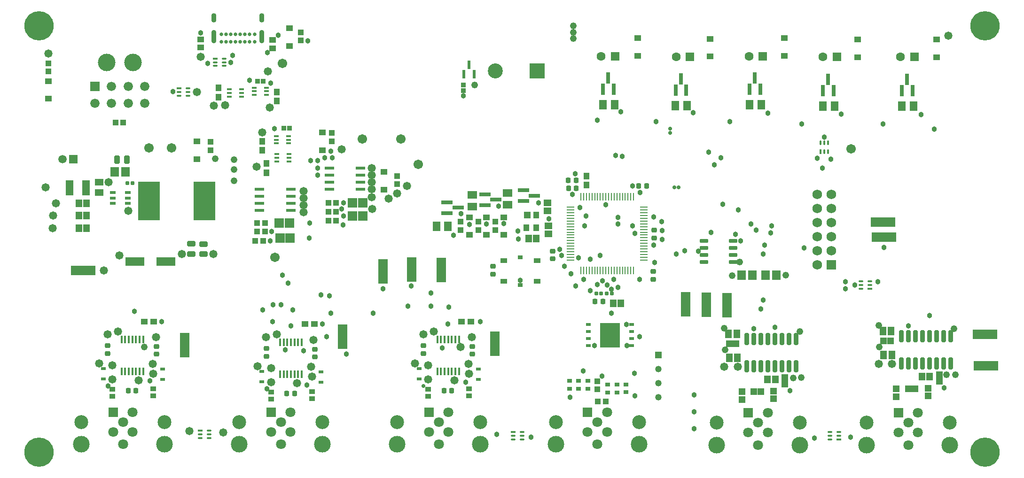
<source format=gts>
G04*
G04 #@! TF.GenerationSoftware,Altium Limited,Altium Designer,25.5.2 (35)*
G04*
G04 Layer_Color=8388736*
%FSLAX25Y25*%
%MOIN*%
G70*
G04*
G04 #@! TF.SameCoordinates,1DACB3DC-ACE0-44E2-B579-3CE0BC83F536*
G04*
G04*
G04 #@! TF.FilePolarity,Negative*
G04*
G01*
G75*
%ADD28R,0.15700X0.27600*%
%ADD30R,0.06550X0.02100*%
%ADD31R,0.13780X0.06299*%
G04:AMPARAMS|DCode=37|XSize=35.84mil|YSize=13.08mil|CornerRadius=6.54mil|HoleSize=0mil|Usage=FLASHONLY|Rotation=90.000|XOffset=0mil|YOffset=0mil|HoleType=Round|Shape=RoundedRectangle|*
%AMROUNDEDRECTD37*
21,1,0.03584,0.00000,0,0,90.0*
21,1,0.02276,0.01308,0,0,90.0*
1,1,0.01308,0.00000,0.01138*
1,1,0.01308,0.00000,-0.01138*
1,1,0.01308,0.00000,-0.01138*
1,1,0.01308,0.00000,0.01138*
%
%ADD37ROUNDEDRECTD37*%
%ADD40R,0.05800X0.01100*%
%ADD41R,0.01100X0.05800*%
%ADD43R,0.03985X0.04560*%
%ADD46R,0.02200X0.06300*%
%ADD48R,0.04100X0.05100*%
G04:AMPARAMS|DCode=53|XSize=35.84mil|YSize=13.08mil|CornerRadius=6.54mil|HoleSize=0mil|Usage=FLASHONLY|Rotation=180.000|XOffset=0mil|YOffset=0mil|HoleType=Round|Shape=RoundedRectangle|*
%AMROUNDEDRECTD53*
21,1,0.03584,0.00000,0,0,180.0*
21,1,0.02276,0.01308,0,0,180.0*
1,1,0.01308,-0.01138,0.00000*
1,1,0.01308,0.01138,0.00000*
1,1,0.01308,0.01138,0.00000*
1,1,0.01308,-0.01138,0.00000*
%
%ADD53ROUNDEDRECTD53*%
%ADD60R,0.03700X0.02800*%
%ADD62R,0.03500X0.02200*%
%ADD68R,0.04331X0.02362*%
%ADD69R,0.05300X0.11000*%
%ADD70R,0.01378X0.05512*%
%ADD73R,0.04560X0.03985*%
%ADD76R,0.03584X0.01308*%
%ADD77R,0.05100X0.05100*%
%ADD78R,0.01308X0.03584*%
%ADD81R,0.04540X0.04343*%
%ADD82R,0.06115X0.06509*%
G04:AMPARAMS|DCode=83|XSize=59.18mil|YSize=37.92mil|CornerRadius=7.74mil|HoleSize=0mil|Usage=FLASHONLY|Rotation=90.000|XOffset=0mil|YOffset=0mil|HoleType=Round|Shape=RoundedRectangle|*
%AMROUNDEDRECTD83*
21,1,0.05918,0.02244,0,0,90.0*
21,1,0.04370,0.03792,0,0,90.0*
1,1,0.01548,0.01122,0.02185*
1,1,0.01548,0.01122,-0.02185*
1,1,0.01548,-0.01122,-0.02185*
1,1,0.01548,-0.01122,0.02185*
%
%ADD83ROUNDEDRECTD83*%
G04:AMPARAMS|DCode=84|XSize=59.18mil|YSize=37.92mil|CornerRadius=7.74mil|HoleSize=0mil|Usage=FLASHONLY|Rotation=180.000|XOffset=0mil|YOffset=0mil|HoleType=Round|Shape=RoundedRectangle|*
%AMROUNDEDRECTD84*
21,1,0.05918,0.02244,0,0,180.0*
21,1,0.04370,0.03792,0,0,180.0*
1,1,0.01548,-0.02185,0.01122*
1,1,0.01548,0.02185,0.01122*
1,1,0.01548,0.02185,-0.01122*
1,1,0.01548,-0.02185,-0.01122*
%
%ADD84ROUNDEDRECTD84*%
%ADD85R,0.03162X0.07887*%
%ADD86R,0.05524X0.06706*%
G04:AMPARAMS|DCode=87|XSize=29.65mil|YSize=57.21mil|CornerRadius=5.95mil|HoleSize=0mil|Usage=FLASHONLY|Rotation=90.000|XOffset=0mil|YOffset=0mil|HoleType=Round|Shape=RoundedRectangle|*
%AMROUNDEDRECTD87*
21,1,0.02965,0.04532,0,0,90.0*
21,1,0.01776,0.05721,0,0,90.0*
1,1,0.01190,0.02266,0.00888*
1,1,0.01190,0.02266,-0.00888*
1,1,0.01190,-0.02266,-0.00888*
1,1,0.01190,-0.02266,0.00888*
%
%ADD87ROUNDEDRECTD87*%
G04:AMPARAMS|DCode=88|XSize=37.92mil|YSize=34mil|CornerRadius=7.25mil|HoleSize=0mil|Usage=FLASHONLY|Rotation=270.000|XOffset=0mil|YOffset=0mil|HoleType=Round|Shape=RoundedRectangle|*
%AMROUNDEDRECTD88*
21,1,0.03792,0.01950,0,0,270.0*
21,1,0.02342,0.03400,0,0,270.0*
1,1,0.01450,-0.00975,-0.01171*
1,1,0.01450,-0.00975,0.01171*
1,1,0.01450,0.00975,0.01171*
1,1,0.01450,0.00975,-0.01171*
%
%ADD88ROUNDEDRECTD88*%
G04:AMPARAMS|DCode=89|XSize=37.92mil|YSize=34mil|CornerRadius=7.25mil|HoleSize=0mil|Usage=FLASHONLY|Rotation=180.000|XOffset=0mil|YOffset=0mil|HoleType=Round|Shape=RoundedRectangle|*
%AMROUNDEDRECTD89*
21,1,0.03792,0.01950,0,0,180.0*
21,1,0.02342,0.03400,0,0,180.0*
1,1,0.01450,-0.01171,0.00975*
1,1,0.01450,0.01171,0.00975*
1,1,0.01450,0.01171,-0.00975*
1,1,0.01450,-0.01171,-0.00975*
%
%ADD89ROUNDEDRECTD89*%
%ADD90R,0.05524X0.04737*%
%ADD91R,0.07887X0.03162*%
%ADD92R,0.06706X0.05524*%
%ADD93R,0.04737X0.05524*%
%ADD94R,0.04737X0.05918*%
G04:AMPARAMS|DCode=95|XSize=85.56mil|YSize=31.62mil|CornerRadius=6.95mil|HoleSize=0mil|Usage=FLASHONLY|Rotation=90.000|XOffset=0mil|YOffset=0mil|HoleType=Round|Shape=RoundedRectangle|*
%AMROUNDEDRECTD95*
21,1,0.08556,0.01772,0,0,90.0*
21,1,0.07165,0.03162,0,0,90.0*
1,1,0.01391,0.00886,0.03583*
1,1,0.01391,0.00886,-0.03583*
1,1,0.01391,-0.00886,-0.03583*
1,1,0.01391,-0.00886,0.03583*
%
%ADD95ROUNDEDRECTD95*%
%ADD96R,0.04540X0.04540*%
%ADD97R,0.04540X0.04540*%
G04:AMPARAMS|DCode=98|XSize=29.65mil|YSize=27.69mil|CornerRadius=6.46mil|HoleSize=0mil|Usage=FLASHONLY|Rotation=270.000|XOffset=0mil|YOffset=0mil|HoleType=Round|Shape=RoundedRectangle|*
%AMROUNDEDRECTD98*
21,1,0.02965,0.01476,0,0,270.0*
21,1,0.01673,0.02769,0,0,270.0*
1,1,0.01292,-0.00738,-0.00837*
1,1,0.01292,-0.00738,0.00837*
1,1,0.01292,0.00738,0.00837*
1,1,0.01292,0.00738,-0.00837*
%
%ADD98ROUNDEDRECTD98*%
%ADD99R,0.14000X0.17500*%
%ADD100R,0.04737X0.03556*%
%ADD101R,0.03556X0.03162*%
%ADD102R,0.03800X0.02100*%
%ADD103R,0.04343X0.03950*%
%ADD104R,0.03950X0.03950*%
%ADD105R,0.04737X0.03950*%
%ADD106R,0.03543X0.01575*%
%ADD107R,0.06706X0.06902*%
%ADD108R,0.03950X0.04343*%
%ADD109R,0.06312X0.04737*%
%ADD110R,0.17335X0.06706*%
%ADD111R,0.04147X0.03556*%
%ADD112R,0.06706X0.17335*%
%ADD113R,0.03359X0.03359*%
%ADD114R,0.03359X0.03359*%
%ADD115R,0.05131X0.04737*%
%ADD116C,0.04678*%
%ADD117C,0.06706*%
%ADD118C,0.06850*%
%ADD119C,0.07087*%
G04:AMPARAMS|DCode=120|XSize=35.43mil|YSize=94.49mil|CornerRadius=17.72mil|HoleSize=0mil|Usage=FLASHONLY|Rotation=180.000|XOffset=0mil|YOffset=0mil|HoleType=Round|Shape=RoundedRectangle|*
%AMROUNDEDRECTD120*
21,1,0.03543,0.05906,0,0,180.0*
21,1,0.00000,0.09449,0,0,180.0*
1,1,0.03543,0.00000,0.02953*
1,1,0.03543,0.00000,0.02953*
1,1,0.03543,0.00000,-0.02953*
1,1,0.03543,0.00000,-0.02953*
%
%ADD120ROUNDEDRECTD120*%
G04:AMPARAMS|DCode=121|XSize=35.43mil|YSize=66.93mil|CornerRadius=17.72mil|HoleSize=0mil|Usage=FLASHONLY|Rotation=180.000|XOffset=0mil|YOffset=0mil|HoleType=Round|Shape=RoundedRectangle|*
%AMROUNDEDRECTD121*
21,1,0.03543,0.03150,0,0,180.0*
21,1,0.00000,0.06693,0,0,180.0*
1,1,0.03543,0.00000,0.01575*
1,1,0.03543,0.00000,0.01575*
1,1,0.03543,0.00000,-0.01575*
1,1,0.03543,0.00000,-0.01575*
%
%ADD121ROUNDEDRECTD121*%
%ADD122C,0.02559*%
%ADD123C,0.06584*%
%ADD124C,0.05918*%
%ADD125R,0.06584X0.06584*%
%ADD126C,0.12411*%
%ADD127R,0.10642X0.10642*%
%ADD128C,0.06312*%
%ADD129R,0.06312X0.06312*%
%ADD130R,0.04678X0.04678*%
%ADD131C,0.11824*%
%ADD132C,0.09855*%
%ADD133R,0.07087X0.07087*%
%ADD134R,0.05918X0.05918*%
%ADD135C,0.10642*%
%ADD136R,0.06850X0.06850*%
%ADD137C,0.05800*%
%ADD138C,0.04800*%
%ADD139C,0.03800*%
%ADD140C,0.02800*%
%ADD141C,0.20800*%
D28*
X192350Y292100D02*
D03*
X231650D02*
D03*
D30*
X270875Y300500D02*
D03*
Y295500D02*
D03*
X342625Y315500D02*
D03*
Y305500D02*
D03*
Y310500D02*
D03*
Y300500D02*
D03*
X293125D02*
D03*
Y295500D02*
D03*
Y290500D02*
D03*
Y285500D02*
D03*
X320375Y305500D02*
D03*
Y310500D02*
D03*
Y315500D02*
D03*
X270875Y290500D02*
D03*
Y285500D02*
D03*
X320375Y300500D02*
D03*
D31*
X204624Y249200D02*
D03*
X182576D02*
D03*
D37*
X671500Y327347D02*
D03*
Y333653D02*
D03*
X674059Y327347D02*
D03*
X668941Y333653D02*
D03*
X674059D02*
D03*
D40*
X543550Y268016D02*
D03*
X491450Y260142D02*
D03*
Y266047D02*
D03*
Y264079D02*
D03*
X543550Y269984D02*
D03*
Y250299D02*
D03*
X491450Y287701D02*
D03*
Y258173D02*
D03*
Y275890D02*
D03*
Y256205D02*
D03*
Y262110D02*
D03*
X543550Y283764D02*
D03*
Y279827D02*
D03*
Y275890D02*
D03*
Y273921D02*
D03*
Y271953D02*
D03*
Y266047D02*
D03*
Y262110D02*
D03*
Y260142D02*
D03*
Y258173D02*
D03*
Y256205D02*
D03*
Y254236D02*
D03*
Y252268D02*
D03*
X491450Y254236D02*
D03*
Y268016D02*
D03*
Y269984D02*
D03*
Y271953D02*
D03*
Y273921D02*
D03*
Y281795D02*
D03*
Y283764D02*
D03*
Y285732D02*
D03*
Y279827D02*
D03*
Y277858D02*
D03*
X543550Y281795D02*
D03*
X491450Y250299D02*
D03*
X543550Y264079D02*
D03*
X491450Y252268D02*
D03*
X543550Y287701D02*
D03*
Y285732D02*
D03*
Y277858D02*
D03*
D41*
X536201Y295050D02*
D03*
Y242950D02*
D03*
X510610D02*
D03*
X500768Y295050D02*
D03*
X498799D02*
D03*
X534232D02*
D03*
X514547Y242950D02*
D03*
X512579D02*
D03*
X514547Y295050D02*
D03*
X530295D02*
D03*
X532264D02*
D03*
X516516D02*
D03*
X518484D02*
D03*
X520453D02*
D03*
X522421D02*
D03*
X526358D02*
D03*
X528327D02*
D03*
X534232Y242950D02*
D03*
X532264D02*
D03*
X530295D02*
D03*
X528327D02*
D03*
X526358D02*
D03*
X524390D02*
D03*
X522421D02*
D03*
X520453D02*
D03*
X518484D02*
D03*
X516516D02*
D03*
X508642D02*
D03*
X506673D02*
D03*
X504705D02*
D03*
X502736D02*
D03*
X500768D02*
D03*
X502736Y295050D02*
D03*
X510610D02*
D03*
X512579D02*
D03*
X506673D02*
D03*
X508642D02*
D03*
X498799Y242950D02*
D03*
X524390Y295050D02*
D03*
X504705D02*
D03*
D43*
X502700Y309956D02*
D03*
X283100Y363044D02*
D03*
X275900Y312244D02*
D03*
X241800Y365844D02*
D03*
X272700Y334656D02*
D03*
X502700Y303444D02*
D03*
X272700Y328144D02*
D03*
X275900Y318756D02*
D03*
X283100Y369556D02*
D03*
X241800Y372356D02*
D03*
D46*
X423275Y382100D02*
D03*
X419500Y389000D02*
D03*
X415725Y382100D02*
D03*
D48*
X467150Y282200D02*
D03*
X460250Y273200D02*
D03*
X467150D02*
D03*
D53*
X703653Y232500D02*
D03*
X681653Y125500D02*
D03*
X450847D02*
D03*
X239547Y390600D02*
D03*
X213847Y369500D02*
D03*
X228847Y126500D02*
D03*
X457153Y122941D02*
D03*
Y128059D02*
D03*
X697347Y232500D02*
D03*
X457153Y125500D02*
D03*
X235153Y126500D02*
D03*
X239547Y388041D02*
D03*
X245853D02*
D03*
Y393159D02*
D03*
Y390600D02*
D03*
X675347Y125500D02*
D03*
X220153Y369500D02*
D03*
X213847Y366941D02*
D03*
X220153D02*
D03*
Y372059D02*
D03*
X703653Y235059D02*
D03*
X697347Y229941D02*
D03*
Y235059D02*
D03*
X450847Y122941D02*
D03*
X228847Y123941D02*
D03*
X235153Y129059D02*
D03*
Y123941D02*
D03*
X675347Y122941D02*
D03*
Y128059D02*
D03*
X681653D02*
D03*
D60*
X530910Y156458D02*
D03*
X490710Y158958D02*
D03*
X524390Y161841D02*
D03*
Y156342D02*
D03*
X517910Y156258D02*
D03*
Y161758D02*
D03*
X530910Y161959D02*
D03*
X503710Y158958D02*
D03*
Y164459D02*
D03*
X490710D02*
D03*
X497190Y164442D02*
D03*
Y158941D02*
D03*
D62*
X426000Y172969D02*
D03*
X384000Y173048D02*
D03*
X314500Y170969D02*
D03*
X202000Y172969D02*
D03*
X272500Y171048D02*
D03*
X160000Y173048D02*
D03*
X202000Y165669D02*
D03*
X160000Y165748D02*
D03*
X272500Y163748D02*
D03*
X314500Y163669D02*
D03*
X384000Y165748D02*
D03*
X426000Y165669D02*
D03*
D68*
X177330Y290560D02*
D03*
X166700Y298040D02*
D03*
X177330D02*
D03*
Y294300D02*
D03*
X166700Y290560D02*
D03*
Y294300D02*
D03*
D69*
X136250Y301600D02*
D03*
X147950D02*
D03*
D70*
X397000Y193819D02*
D03*
Y171181D02*
D03*
X285500Y191819D02*
D03*
Y169181D02*
D03*
X173000Y193819D02*
D03*
Y171181D02*
D03*
X175559D02*
D03*
X185795D02*
D03*
Y193819D02*
D03*
X175559D02*
D03*
X180677D02*
D03*
X183236D02*
D03*
X178118D02*
D03*
X188354Y171181D02*
D03*
X180677D02*
D03*
X178118D02*
D03*
X183236D02*
D03*
X188354Y193819D02*
D03*
X412354D02*
D03*
X300854Y191819D02*
D03*
X407236Y171181D02*
D03*
X295736Y169181D02*
D03*
X402118Y193819D02*
D03*
X290618Y191819D02*
D03*
Y169181D02*
D03*
X293177D02*
D03*
X402118Y171181D02*
D03*
X404677D02*
D03*
X399559Y193819D02*
D03*
X298295Y191819D02*
D03*
X288059Y169181D02*
D03*
X298295D02*
D03*
X300854D02*
D03*
X295736Y191819D02*
D03*
X293177D02*
D03*
X288059D02*
D03*
X407236Y193819D02*
D03*
X404677D02*
D03*
X409795D02*
D03*
X412354Y171181D02*
D03*
X409795D02*
D03*
X399559D02*
D03*
D73*
X420756Y206500D02*
D03*
X195756D02*
D03*
X309756Y205000D02*
D03*
X414244Y206500D02*
D03*
X303244Y205000D02*
D03*
X189244Y206500D02*
D03*
D76*
X239547Y393159D02*
D03*
X213847Y372059D02*
D03*
X703653Y229941D02*
D03*
X450847Y128059D02*
D03*
X228847Y129059D02*
D03*
X681653Y122941D02*
D03*
D77*
X460750Y282200D02*
D03*
D78*
X668941Y327347D02*
D03*
D81*
X539020Y407701D02*
D03*
X643020D02*
D03*
X751020Y406701D02*
D03*
X590520Y407201D02*
D03*
X226600Y321998D02*
D03*
X695020Y406701D02*
D03*
X444000Y280504D02*
D03*
X431872D02*
D03*
X419745D02*
D03*
X359000Y300299D02*
D03*
X444000Y268103D02*
D03*
X431872D02*
D03*
X419745D02*
D03*
X315500Y328299D02*
D03*
X695020Y394299D02*
D03*
X292000Y402299D02*
D03*
X121000Y364799D02*
D03*
X359000Y312701D02*
D03*
X292000Y414701D02*
D03*
X643020Y395299D02*
D03*
X226600Y334400D02*
D03*
X315500Y340701D02*
D03*
X590520Y394799D02*
D03*
X751020Y394299D02*
D03*
X539020Y395299D02*
D03*
X121000Y377201D02*
D03*
D82*
X175739Y313000D02*
D03*
X637539Y239500D02*
D03*
X612661Y239400D02*
D03*
X168061Y313000D02*
D03*
X620339Y239400D02*
D03*
X629861Y239500D02*
D03*
D83*
X176904Y321600D02*
D03*
X169857D02*
D03*
D84*
X222500Y261704D02*
D03*
X231100Y261404D02*
D03*
X222500Y254657D02*
D03*
X231100Y254357D02*
D03*
D85*
X734000Y370500D02*
D03*
X678000D02*
D03*
X626000Y371500D02*
D03*
X573500Y371000D02*
D03*
X522000Y371500D02*
D03*
X726520Y370500D02*
D03*
X730260Y378374D02*
D03*
X674260D02*
D03*
X670520Y370500D02*
D03*
X618520Y371500D02*
D03*
X622260Y379374D02*
D03*
X569760Y378874D02*
D03*
X566020Y371000D02*
D03*
X518260Y379374D02*
D03*
X514520Y371500D02*
D03*
D86*
X734654Y359500D02*
D03*
X678653D02*
D03*
X626653Y360500D02*
D03*
X574154Y360000D02*
D03*
X522653Y360500D02*
D03*
X404634Y274300D02*
D03*
X396366D02*
D03*
X726386Y359500D02*
D03*
X670386D02*
D03*
X618386Y360500D02*
D03*
X565886Y360000D02*
D03*
X514386Y360500D02*
D03*
D87*
X606835Y249000D02*
D03*
Y264000D02*
D03*
Y259000D02*
D03*
Y254000D02*
D03*
X586165Y259000D02*
D03*
Y254000D02*
D03*
Y264000D02*
D03*
Y249000D02*
D03*
D88*
X545356Y302700D02*
D03*
X495456Y306700D02*
D03*
X495556Y301100D02*
D03*
X508844Y221000D02*
D03*
X177744Y157500D02*
D03*
X183256D02*
D03*
X490044Y301100D02*
D03*
X489944Y306700D02*
D03*
X539844Y302700D02*
D03*
X514356Y221000D02*
D03*
X401744Y157500D02*
D03*
X407256D02*
D03*
X290244Y155500D02*
D03*
X295756D02*
D03*
D89*
X550900Y265844D02*
D03*
X550000Y236544D02*
D03*
X478900Y256556D02*
D03*
X436400Y240244D02*
D03*
X421677Y183444D02*
D03*
X387177Y189456D02*
D03*
X310177Y181444D02*
D03*
X163177Y189456D02*
D03*
X275677Y187456D02*
D03*
X197677Y183444D02*
D03*
X163177Y183944D02*
D03*
X197677Y188956D02*
D03*
X550900Y271356D02*
D03*
X550000Y242056D02*
D03*
X478900Y251044D02*
D03*
X421677Y188956D02*
D03*
X310177Y186956D02*
D03*
X387177Y183944D02*
D03*
X275677Y181944D02*
D03*
X436400Y245756D02*
D03*
D90*
X475200Y290756D02*
D03*
X475800Y274456D02*
D03*
Y268944D02*
D03*
X475200Y285244D02*
D03*
D91*
X458063Y292260D02*
D03*
X430700Y289300D02*
D03*
X403963Y283660D02*
D03*
X465937Y296000D02*
D03*
X438574Y293040D02*
D03*
X430700Y296780D02*
D03*
X411837Y287400D02*
D03*
X403963Y291140D02*
D03*
X458063Y299740D02*
D03*
D92*
X446900Y289666D02*
D03*
X421900Y288266D02*
D03*
Y296534D02*
D03*
X446900Y297934D02*
D03*
D93*
X461744Y265400D02*
D03*
X527256Y219500D02*
D03*
X142644Y290400D02*
D03*
X142744Y281900D02*
D03*
Y272700D02*
D03*
X521744Y219500D02*
D03*
X148256Y281900D02*
D03*
X148156Y290400D02*
D03*
X148256Y272700D02*
D03*
X467256Y265400D02*
D03*
X631244Y165500D02*
D03*
X636756D02*
D03*
X746256Y167500D02*
D03*
X740744D02*
D03*
D94*
X713047Y200000D02*
D03*
X713547Y183000D02*
D03*
X603547Y198000D02*
D03*
X604047Y181000D02*
D03*
X719453Y183000D02*
D03*
X609953Y181000D02*
D03*
X718953Y200000D02*
D03*
X609453Y198000D02*
D03*
D95*
X761000Y196244D02*
D03*
Y176756D02*
D03*
X756000D02*
D03*
X651500Y194244D02*
D03*
Y174756D02*
D03*
X646500D02*
D03*
X731000Y196244D02*
D03*
X621500Y194244D02*
D03*
X626500D02*
D03*
X736000Y196244D02*
D03*
X751000Y176756D02*
D03*
X731000D02*
D03*
X736000D02*
D03*
X741000D02*
D03*
X746000D02*
D03*
X641500Y174756D02*
D03*
X621500D02*
D03*
X626500D02*
D03*
X631500D02*
D03*
X636500D02*
D03*
X726000Y196244D02*
D03*
X746000D02*
D03*
X751000D02*
D03*
X756000D02*
D03*
X726000Y176756D02*
D03*
X741000Y196244D02*
D03*
X616500Y194244D02*
D03*
Y174756D02*
D03*
X631500Y194244D02*
D03*
X636500D02*
D03*
X641500D02*
D03*
X646500D02*
D03*
D96*
X713539Y193000D02*
D03*
X604039Y191000D02*
D03*
X626461Y157000D02*
D03*
X621539D02*
D03*
X718461Y193000D02*
D03*
X731039Y159000D02*
D03*
X735961D02*
D03*
X608961Y191000D02*
D03*
D97*
X753000Y164039D02*
D03*
X643500Y162039D02*
D03*
Y166961D02*
D03*
X753000Y168961D02*
D03*
D98*
X520772Y226500D02*
D03*
X509728D02*
D03*
X513272D02*
D03*
X517228D02*
D03*
X177228Y304700D02*
D03*
X180772D02*
D03*
D99*
X519500Y197000D02*
D03*
D100*
X467711Y235216D02*
D03*
X444089D02*
D03*
X467711Y249783D02*
D03*
X444089D02*
D03*
D101*
X455900Y232658D02*
D03*
Y252343D02*
D03*
D102*
X504050Y189500D02*
D03*
X534950Y204500D02*
D03*
X504050D02*
D03*
Y194500D02*
D03*
X534950Y189500D02*
D03*
Y194500D02*
D03*
Y199500D02*
D03*
X504050D02*
D03*
D103*
X510400Y164056D02*
D03*
Y158544D02*
D03*
D104*
X322000Y334547D02*
D03*
X300000Y406047D02*
D03*
X368500Y304047D02*
D03*
X121000Y389953D02*
D03*
X236000Y328147D02*
D03*
X438000Y271548D02*
D03*
Y277453D02*
D03*
X426000Y271547D02*
D03*
Y277453D02*
D03*
X413600Y271547D02*
D03*
Y277453D02*
D03*
X300000Y411953D02*
D03*
X368500Y309953D02*
D03*
X236000Y334053D02*
D03*
X322000Y340453D02*
D03*
X121000Y384047D02*
D03*
D105*
X280000Y406453D02*
D03*
X229000Y401047D02*
D03*
X280000Y400547D02*
D03*
X229000Y406953D02*
D03*
D106*
X282969Y335600D02*
D03*
X283269Y322900D02*
D03*
X267169Y370100D02*
D03*
X249369Y368900D02*
D03*
X291631Y338159D02*
D03*
Y335600D02*
D03*
Y333041D02*
D03*
X282969D02*
D03*
Y338159D02*
D03*
X291931Y325459D02*
D03*
Y322900D02*
D03*
Y320341D02*
D03*
X283269D02*
D03*
Y325459D02*
D03*
X275831Y372659D02*
D03*
Y370100D02*
D03*
Y367541D02*
D03*
X267169D02*
D03*
Y372659D02*
D03*
X258031Y371459D02*
D03*
Y368900D02*
D03*
Y366341D02*
D03*
X249369D02*
D03*
Y371459D02*
D03*
D107*
X344043Y291000D02*
D03*
Y281500D02*
D03*
X292043Y276500D02*
D03*
X292543Y266000D02*
D03*
X336957Y291000D02*
D03*
Y281500D02*
D03*
X285457Y266000D02*
D03*
X284957Y276500D02*
D03*
D108*
X325256Y284500D02*
D03*
Y278200D02*
D03*
X274756Y270500D02*
D03*
X273356Y263700D02*
D03*
X516456Y149700D02*
D03*
X510944D02*
D03*
X168744Y348000D02*
D03*
X174256D02*
D03*
X325256Y291000D02*
D03*
X319744Y278200D02*
D03*
X267844Y263700D02*
D03*
X274756Y276500D02*
D03*
X269244D02*
D03*
X319744Y291000D02*
D03*
X269244Y270500D02*
D03*
X319744Y284500D02*
D03*
D109*
X157200Y305540D02*
D03*
Y298060D02*
D03*
D110*
X145900Y242800D02*
D03*
X713700Y266600D02*
D03*
X713300Y277200D02*
D03*
X785500Y197600D02*
D03*
X786100Y175300D02*
D03*
D111*
X195500Y153858D02*
D03*
Y158780D02*
D03*
X166500Y158398D02*
D03*
Y153476D02*
D03*
X279000Y151476D02*
D03*
Y156398D02*
D03*
X308000Y156780D02*
D03*
Y151858D02*
D03*
X390500Y158398D02*
D03*
Y153476D02*
D03*
X419500Y153858D02*
D03*
Y158780D02*
D03*
D112*
X399900Y243200D02*
D03*
X378800Y243500D02*
D03*
X217700Y189900D02*
D03*
X329700Y195700D02*
D03*
X437900Y190800D02*
D03*
X587800Y218500D02*
D03*
X358600Y242100D02*
D03*
X602600Y218300D02*
D03*
X573100Y218800D02*
D03*
D113*
X292069Y344000D02*
D03*
X288131D02*
D03*
X273369Y377300D02*
D03*
X269431D02*
D03*
D114*
X415500Y370532D02*
D03*
Y374468D02*
D03*
D115*
X745000Y153744D02*
D03*
Y159256D02*
D03*
X722500Y153244D02*
D03*
Y158756D02*
D03*
X635500Y151744D02*
D03*
Y157256D02*
D03*
X613000Y151244D02*
D03*
Y156756D02*
D03*
D116*
X553700Y172800D02*
D03*
Y152800D02*
D03*
Y162800D02*
D03*
D117*
X192400Y330000D02*
D03*
X690600Y329100D02*
D03*
X371000Y336200D02*
D03*
X208600Y330000D02*
D03*
X383500Y318100D02*
D03*
X343800Y336200D02*
D03*
X287300Y390000D02*
D03*
X281800Y252200D02*
D03*
D118*
X666500Y267000D02*
D03*
X676500Y257000D02*
D03*
X666500Y287000D02*
D03*
Y247000D02*
D03*
Y297000D02*
D03*
X676500Y267000D02*
D03*
Y277000D02*
D03*
Y287000D02*
D03*
Y297000D02*
D03*
X666500Y257000D02*
D03*
Y277000D02*
D03*
D119*
X737932Y127788D02*
D03*
X730972Y119000D02*
D03*
X631460Y127788D02*
D03*
X624500Y119000D02*
D03*
X517460Y128288D02*
D03*
X510500Y119500D02*
D03*
X404932Y128288D02*
D03*
X397972Y119500D02*
D03*
X292946Y128288D02*
D03*
X285986Y119500D02*
D03*
X180960Y128288D02*
D03*
X174000Y119500D02*
D03*
X517460Y142208D02*
D03*
X510500Y135248D02*
D03*
X503540Y128288D02*
D03*
X624500Y134748D02*
D03*
X617540Y127788D02*
D03*
X631460Y141708D02*
D03*
X285986Y135248D02*
D03*
X292946Y142208D02*
D03*
X397972Y135248D02*
D03*
X404932Y142208D02*
D03*
X174000Y135248D02*
D03*
X180960Y142208D02*
D03*
X730972Y134748D02*
D03*
X724013Y127788D02*
D03*
X737932Y141708D02*
D03*
X391013Y128288D02*
D03*
X279026D02*
D03*
X167040D02*
D03*
D120*
X272628Y409012D02*
D03*
X238572D02*
D03*
D121*
X272628Y422319D02*
D03*
X238572D02*
D03*
D122*
X267313Y410468D02*
D03*
Y405154D02*
D03*
X243887Y410468D02*
D03*
Y405154D02*
D03*
X263966D02*
D03*
X260620D02*
D03*
X257273D02*
D03*
X253927D02*
D03*
X250580D02*
D03*
X247234D02*
D03*
Y410468D02*
D03*
X250580D02*
D03*
X253927D02*
D03*
X257273D02*
D03*
X260620D02*
D03*
X263966D02*
D03*
D123*
X177654Y373492D02*
D03*
X189465D02*
D03*
Y361681D02*
D03*
X154032D02*
D03*
X165842D02*
D03*
X177654D02*
D03*
X165842Y373492D02*
D03*
D124*
X131063Y321700D02*
D03*
D125*
X154032Y373492D02*
D03*
D126*
X181000Y390500D02*
D03*
X162496D02*
D03*
D127*
X467961Y384500D02*
D03*
D128*
X670539Y394500D02*
D03*
X725579D02*
D03*
X618000Y395000D02*
D03*
X566309Y394500D02*
D03*
X513270Y395000D02*
D03*
D129*
X680382Y394500D02*
D03*
X627843Y395000D02*
D03*
X576152Y394500D02*
D03*
X523112Y395000D02*
D03*
X735421Y394500D02*
D03*
D130*
X553700Y182800D02*
D03*
D131*
X540028Y119500D02*
D03*
X480972D02*
D03*
X654028Y119000D02*
D03*
X594972D02*
D03*
X701445D02*
D03*
X760500D02*
D03*
X368445Y119500D02*
D03*
X427500D02*
D03*
X256459D02*
D03*
X315514D02*
D03*
X144472D02*
D03*
X203528D02*
D03*
D132*
X540028Y135248D02*
D03*
X480972D02*
D03*
X654028Y134748D02*
D03*
X594972D02*
D03*
X701445D02*
D03*
X760500D02*
D03*
X368445Y135248D02*
D03*
X427500D02*
D03*
X256459D02*
D03*
X315514D02*
D03*
X144472D02*
D03*
X203528D02*
D03*
D133*
X503540Y142208D02*
D03*
X617540Y141708D02*
D03*
X724013D02*
D03*
X391013Y142208D02*
D03*
X279026D02*
D03*
X167040D02*
D03*
D134*
X138937Y321700D02*
D03*
D135*
X438039Y384500D02*
D03*
D136*
X676500Y247000D02*
D03*
D137*
X759500Y409500D02*
D03*
X171400Y253400D02*
D03*
X710000Y176500D02*
D03*
X600500Y174500D02*
D03*
X419000Y176500D02*
D03*
X419500Y169500D02*
D03*
X329000Y329000D02*
D03*
X350500Y315500D02*
D03*
Y310500D02*
D03*
Y305500D02*
D03*
X278200Y358400D02*
D03*
X272800Y341000D02*
D03*
X350500Y300500D02*
D03*
X368500Y297500D02*
D03*
X350500Y295000D02*
D03*
X350700Y286400D02*
D03*
X302000Y294200D02*
D03*
Y299200D02*
D03*
Y289200D02*
D03*
X121000Y397000D02*
D03*
X229000Y394500D02*
D03*
X246500Y360100D02*
D03*
X238500Y360000D02*
D03*
X268900Y316500D02*
D03*
X163800Y305600D02*
D03*
X119100Y301900D02*
D03*
X126600Y290500D02*
D03*
X394500Y199500D02*
D03*
X387000Y197500D02*
D03*
X302000Y284200D02*
D03*
X283000Y197500D02*
D03*
X381000Y177000D02*
D03*
X390500Y165500D02*
D03*
X307500Y174500D02*
D03*
X308000Y167500D02*
D03*
X279000Y163500D02*
D03*
X215800Y254500D02*
D03*
X177700Y285200D02*
D03*
X238300Y254400D02*
D03*
X275500Y195500D02*
D03*
X124600Y281900D02*
D03*
X124200Y272700D02*
D03*
X170500Y199500D02*
D03*
X163000Y197500D02*
D03*
X160500Y242800D02*
D03*
X269500Y175000D02*
D03*
X221000Y129000D02*
D03*
X195000Y176500D02*
D03*
X157000Y177000D02*
D03*
X195500Y169500D02*
D03*
X166500Y165500D02*
D03*
X197500Y195500D02*
D03*
X184979Y164927D02*
D03*
X166500Y175500D02*
D03*
X421500Y195500D02*
D03*
X375500Y302700D02*
D03*
X362500Y294000D02*
D03*
X413500Y188500D02*
D03*
X309000Y193500D02*
D03*
X390500Y175500D02*
D03*
X408979Y164927D02*
D03*
X297479Y162927D02*
D03*
X279000Y173500D02*
D03*
X245000Y128000D02*
D03*
X276900Y384300D02*
D03*
X719500Y176500D02*
D03*
X610000Y174500D02*
D03*
X226500Y369500D02*
D03*
D138*
X493500Y416400D02*
D03*
X493400Y411900D02*
D03*
Y407500D02*
D03*
X252900Y314400D02*
D03*
Y321500D02*
D03*
Y306600D02*
D03*
X611500Y249000D02*
D03*
X423500Y374500D02*
D03*
X763500Y201500D02*
D03*
X710000Y204000D02*
D03*
X710500Y188500D02*
D03*
X654000Y199500D02*
D03*
X600500Y202000D02*
D03*
X601000Y186500D02*
D03*
X764500Y169000D02*
D03*
X758000D02*
D03*
X655000Y167000D02*
D03*
X649500Y166500D02*
D03*
X239500Y322100D02*
D03*
X189000Y188500D02*
D03*
X644200Y239500D02*
D03*
X606300Y239300D02*
D03*
D139*
X683500Y354000D02*
D03*
X631500Y354500D02*
D03*
X578500Y355000D02*
D03*
X527000Y355500D02*
D03*
X740000Y353500D02*
D03*
X670000Y315500D02*
D03*
X556600Y264900D02*
D03*
X540800Y298200D02*
D03*
X494900Y311400D02*
D03*
X468800Y290700D02*
D03*
X440400Y288400D02*
D03*
X476029Y279435D02*
D03*
X483748Y257751D02*
D03*
X454200Y270700D02*
D03*
X454400Y265200D02*
D03*
X709500Y235000D02*
D03*
X540500Y236500D02*
D03*
X756500Y159500D02*
D03*
X690000Y124500D02*
D03*
X647000Y157500D02*
D03*
X520500Y229500D02*
D03*
X523500Y203000D02*
D03*
X515500Y200500D02*
D03*
X455900Y236000D02*
D03*
X510600Y233000D02*
D03*
X523500Y191000D02*
D03*
X513800Y168000D02*
D03*
X508500Y189500D02*
D03*
X537100Y153900D02*
D03*
X491200Y152900D02*
D03*
X439000Y126500D02*
D03*
X305000Y406000D02*
D03*
X284000Y410000D02*
D03*
X329000Y286500D02*
D03*
X263700Y377700D02*
D03*
X234300Y390000D02*
D03*
X209500Y370000D02*
D03*
X413900Y283300D02*
D03*
X408500Y267700D02*
D03*
X330100Y275200D02*
D03*
X306500Y276500D02*
D03*
X306000Y266000D02*
D03*
X279467Y270500D02*
D03*
X278439Y263797D02*
D03*
X500500Y171400D02*
D03*
X536700Y169700D02*
D03*
X525300Y280500D02*
D03*
X276400Y397600D02*
D03*
X229100Y411400D02*
D03*
X525000Y276000D02*
D03*
X182000Y214000D02*
D03*
X201500Y206500D02*
D03*
X193000Y164500D02*
D03*
X163500Y161000D02*
D03*
X749500Y343300D02*
D03*
X671500Y337500D02*
D03*
X556600Y271200D02*
D03*
X612000Y264000D02*
D03*
X551200Y248400D02*
D03*
X535500Y303000D02*
D03*
X498000Y287500D02*
D03*
X693000Y232500D02*
D03*
X517500D02*
D03*
X514000Y235500D02*
D03*
X531000Y204500D02*
D03*
X492900Y296700D02*
D03*
X444100Y276100D02*
D03*
X431800Y276000D02*
D03*
X419700Y275600D02*
D03*
X484994Y253623D02*
D03*
X427500Y206500D02*
D03*
X330500Y291000D02*
D03*
Y281500D02*
D03*
X315500Y205000D02*
D03*
X302000Y186000D02*
D03*
X463500Y124500D02*
D03*
X550500Y261000D02*
D03*
X378600Y231700D02*
D03*
X676000Y322000D02*
D03*
X502500Y281500D02*
D03*
X281600Y343400D02*
D03*
X278800Y375700D02*
D03*
X251800Y395400D02*
D03*
X250600Y390600D02*
D03*
X731000Y203500D02*
D03*
X621500Y201500D02*
D03*
X579000Y130500D02*
D03*
X664500Y124000D02*
D03*
X579000Y154500D02*
D03*
Y142500D02*
D03*
X321500Y327500D02*
D03*
X322500Y323000D02*
D03*
X317000D02*
D03*
X312000Y321000D02*
D03*
Y315500D02*
D03*
X307000Y321000D02*
D03*
X312000Y310500D02*
D03*
X713000Y347000D02*
D03*
X593500Y318000D02*
D03*
X655500Y347000D02*
D03*
X598000Y323000D02*
D03*
X626500Y215500D02*
D03*
X629000Y261000D02*
D03*
X550500Y281000D02*
D03*
X713700Y259300D02*
D03*
X358400Y229900D02*
D03*
X628000Y254500D02*
D03*
X572500Y256900D02*
D03*
X505500Y228500D02*
D03*
X500900Y236500D02*
D03*
X495000Y232000D02*
D03*
X491900Y240500D02*
D03*
X623000Y271500D02*
D03*
X501500Y274500D02*
D03*
X589500Y327000D02*
D03*
X619500Y276000D02*
D03*
X535500Y274500D02*
D03*
X666500Y322500D02*
D03*
X516500Y289500D02*
D03*
X400500Y188000D02*
D03*
X318500Y196000D02*
D03*
X320500Y225000D02*
D03*
X286000Y218500D02*
D03*
X291000Y234000D02*
D03*
X280000Y206500D02*
D03*
X556000Y277500D02*
D03*
X566500Y254500D02*
D03*
X537000Y269147D02*
D03*
X497000Y252000D02*
D03*
X505500Y251000D02*
D03*
X512500Y253500D02*
D03*
X525000Y231000D02*
D03*
X522000Y236500D02*
D03*
X487000Y246000D02*
D03*
X405000Y217000D02*
D03*
X404500Y205000D02*
D03*
X392500Y217500D02*
D03*
X376000D02*
D03*
X293000Y203500D02*
D03*
X294500Y215000D02*
D03*
X273000D02*
D03*
X280500Y218500D02*
D03*
X287000Y239500D02*
D03*
X520500Y212500D02*
D03*
X531500Y189500D02*
D03*
X540500Y196000D02*
D03*
X599500Y290000D02*
D03*
X610500Y286000D02*
D03*
X686500Y235000D02*
D03*
X634000Y274500D02*
D03*
X591000Y270000D02*
D03*
X686500Y230000D02*
D03*
X657000Y259000D02*
D03*
X633500Y269500D02*
D03*
X608500Y268500D02*
D03*
X415500Y367000D02*
D03*
X628000Y222000D02*
D03*
X417000Y163500D02*
D03*
X582000Y256500D02*
D03*
X392500Y227000D02*
D03*
X332500Y183500D02*
D03*
X304500Y161500D02*
D03*
X321500Y212500D02*
D03*
X314500Y225500D02*
D03*
X289000Y186500D02*
D03*
X276000Y159000D02*
D03*
X351500Y212500D02*
D03*
X510500Y349500D02*
D03*
X523500Y324500D02*
D03*
X552000Y348500D02*
D03*
X528000Y324000D02*
D03*
X604500Y348500D02*
D03*
X636500Y202500D02*
D03*
X746000Y211000D02*
D03*
D140*
X562000Y340533D02*
D03*
X565000Y302000D02*
D03*
X562000Y343533D02*
D03*
X568000Y302000D02*
D03*
X387000Y161000D02*
D03*
D141*
X114500Y114000D02*
D03*
X785500D02*
D03*
Y416500D02*
D03*
X114500D02*
D03*
M02*

</source>
